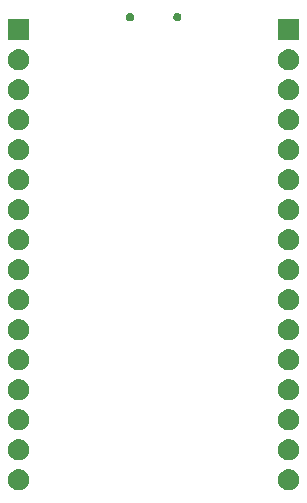
<source format=gbr>
G04 #@! TF.GenerationSoftware,KiCad,Pcbnew,(5.1.5)-3*
G04 #@! TF.CreationDate,2021-02-11T22:25:29+01:00*
G04 #@! TF.ProjectId,20210211_eduino,32303231-3032-4313-915f-656475696e6f,v1.0*
G04 #@! TF.SameCoordinates,Original*
G04 #@! TF.FileFunction,Soldermask,Bot*
G04 #@! TF.FilePolarity,Negative*
%FSLAX46Y46*%
G04 Gerber Fmt 4.6, Leading zero omitted, Abs format (unit mm)*
G04 Created by KiCad (PCBNEW (5.1.5)-3) date 2021-02-11 22:25:29*
%MOMM*%
%LPD*%
G04 APERTURE LIST*
%ADD10C,0.100000*%
G04 APERTURE END LIST*
D10*
G36*
X160133512Y-129913927D02*
G01*
X160282812Y-129943624D01*
X160446784Y-130011544D01*
X160594354Y-130110147D01*
X160719853Y-130235646D01*
X160818456Y-130383216D01*
X160886376Y-130547188D01*
X160921000Y-130721259D01*
X160921000Y-130898741D01*
X160886376Y-131072812D01*
X160818456Y-131236784D01*
X160719853Y-131384354D01*
X160594354Y-131509853D01*
X160446784Y-131608456D01*
X160282812Y-131676376D01*
X160133512Y-131706073D01*
X160108742Y-131711000D01*
X159931258Y-131711000D01*
X159906488Y-131706073D01*
X159757188Y-131676376D01*
X159593216Y-131608456D01*
X159445646Y-131509853D01*
X159320147Y-131384354D01*
X159221544Y-131236784D01*
X159153624Y-131072812D01*
X159119000Y-130898741D01*
X159119000Y-130721259D01*
X159153624Y-130547188D01*
X159221544Y-130383216D01*
X159320147Y-130235646D01*
X159445646Y-130110147D01*
X159593216Y-130011544D01*
X159757188Y-129943624D01*
X159906488Y-129913927D01*
X159931258Y-129909000D01*
X160108742Y-129909000D01*
X160133512Y-129913927D01*
G37*
G36*
X137273512Y-129913927D02*
G01*
X137422812Y-129943624D01*
X137586784Y-130011544D01*
X137734354Y-130110147D01*
X137859853Y-130235646D01*
X137958456Y-130383216D01*
X138026376Y-130547188D01*
X138061000Y-130721259D01*
X138061000Y-130898741D01*
X138026376Y-131072812D01*
X137958456Y-131236784D01*
X137859853Y-131384354D01*
X137734354Y-131509853D01*
X137586784Y-131608456D01*
X137422812Y-131676376D01*
X137273512Y-131706073D01*
X137248742Y-131711000D01*
X137071258Y-131711000D01*
X137046488Y-131706073D01*
X136897188Y-131676376D01*
X136733216Y-131608456D01*
X136585646Y-131509853D01*
X136460147Y-131384354D01*
X136361544Y-131236784D01*
X136293624Y-131072812D01*
X136259000Y-130898741D01*
X136259000Y-130721259D01*
X136293624Y-130547188D01*
X136361544Y-130383216D01*
X136460147Y-130235646D01*
X136585646Y-130110147D01*
X136733216Y-130011544D01*
X136897188Y-129943624D01*
X137046488Y-129913927D01*
X137071258Y-129909000D01*
X137248742Y-129909000D01*
X137273512Y-129913927D01*
G37*
G36*
X160133512Y-127373927D02*
G01*
X160282812Y-127403624D01*
X160446784Y-127471544D01*
X160594354Y-127570147D01*
X160719853Y-127695646D01*
X160818456Y-127843216D01*
X160886376Y-128007188D01*
X160921000Y-128181259D01*
X160921000Y-128358741D01*
X160886376Y-128532812D01*
X160818456Y-128696784D01*
X160719853Y-128844354D01*
X160594354Y-128969853D01*
X160446784Y-129068456D01*
X160282812Y-129136376D01*
X160133512Y-129166073D01*
X160108742Y-129171000D01*
X159931258Y-129171000D01*
X159906488Y-129166073D01*
X159757188Y-129136376D01*
X159593216Y-129068456D01*
X159445646Y-128969853D01*
X159320147Y-128844354D01*
X159221544Y-128696784D01*
X159153624Y-128532812D01*
X159119000Y-128358741D01*
X159119000Y-128181259D01*
X159153624Y-128007188D01*
X159221544Y-127843216D01*
X159320147Y-127695646D01*
X159445646Y-127570147D01*
X159593216Y-127471544D01*
X159757188Y-127403624D01*
X159906488Y-127373927D01*
X159931258Y-127369000D01*
X160108742Y-127369000D01*
X160133512Y-127373927D01*
G37*
G36*
X137273512Y-127373927D02*
G01*
X137422812Y-127403624D01*
X137586784Y-127471544D01*
X137734354Y-127570147D01*
X137859853Y-127695646D01*
X137958456Y-127843216D01*
X138026376Y-128007188D01*
X138061000Y-128181259D01*
X138061000Y-128358741D01*
X138026376Y-128532812D01*
X137958456Y-128696784D01*
X137859853Y-128844354D01*
X137734354Y-128969853D01*
X137586784Y-129068456D01*
X137422812Y-129136376D01*
X137273512Y-129166073D01*
X137248742Y-129171000D01*
X137071258Y-129171000D01*
X137046488Y-129166073D01*
X136897188Y-129136376D01*
X136733216Y-129068456D01*
X136585646Y-128969853D01*
X136460147Y-128844354D01*
X136361544Y-128696784D01*
X136293624Y-128532812D01*
X136259000Y-128358741D01*
X136259000Y-128181259D01*
X136293624Y-128007188D01*
X136361544Y-127843216D01*
X136460147Y-127695646D01*
X136585646Y-127570147D01*
X136733216Y-127471544D01*
X136897188Y-127403624D01*
X137046488Y-127373927D01*
X137071258Y-127369000D01*
X137248742Y-127369000D01*
X137273512Y-127373927D01*
G37*
G36*
X137273512Y-124833927D02*
G01*
X137422812Y-124863624D01*
X137586784Y-124931544D01*
X137734354Y-125030147D01*
X137859853Y-125155646D01*
X137958456Y-125303216D01*
X138026376Y-125467188D01*
X138061000Y-125641259D01*
X138061000Y-125818741D01*
X138026376Y-125992812D01*
X137958456Y-126156784D01*
X137859853Y-126304354D01*
X137734354Y-126429853D01*
X137586784Y-126528456D01*
X137422812Y-126596376D01*
X137273512Y-126626073D01*
X137248742Y-126631000D01*
X137071258Y-126631000D01*
X137046488Y-126626073D01*
X136897188Y-126596376D01*
X136733216Y-126528456D01*
X136585646Y-126429853D01*
X136460147Y-126304354D01*
X136361544Y-126156784D01*
X136293624Y-125992812D01*
X136259000Y-125818741D01*
X136259000Y-125641259D01*
X136293624Y-125467188D01*
X136361544Y-125303216D01*
X136460147Y-125155646D01*
X136585646Y-125030147D01*
X136733216Y-124931544D01*
X136897188Y-124863624D01*
X137046488Y-124833927D01*
X137071258Y-124829000D01*
X137248742Y-124829000D01*
X137273512Y-124833927D01*
G37*
G36*
X160133512Y-124833927D02*
G01*
X160282812Y-124863624D01*
X160446784Y-124931544D01*
X160594354Y-125030147D01*
X160719853Y-125155646D01*
X160818456Y-125303216D01*
X160886376Y-125467188D01*
X160921000Y-125641259D01*
X160921000Y-125818741D01*
X160886376Y-125992812D01*
X160818456Y-126156784D01*
X160719853Y-126304354D01*
X160594354Y-126429853D01*
X160446784Y-126528456D01*
X160282812Y-126596376D01*
X160133512Y-126626073D01*
X160108742Y-126631000D01*
X159931258Y-126631000D01*
X159906488Y-126626073D01*
X159757188Y-126596376D01*
X159593216Y-126528456D01*
X159445646Y-126429853D01*
X159320147Y-126304354D01*
X159221544Y-126156784D01*
X159153624Y-125992812D01*
X159119000Y-125818741D01*
X159119000Y-125641259D01*
X159153624Y-125467188D01*
X159221544Y-125303216D01*
X159320147Y-125155646D01*
X159445646Y-125030147D01*
X159593216Y-124931544D01*
X159757188Y-124863624D01*
X159906488Y-124833927D01*
X159931258Y-124829000D01*
X160108742Y-124829000D01*
X160133512Y-124833927D01*
G37*
G36*
X160133512Y-122293927D02*
G01*
X160282812Y-122323624D01*
X160446784Y-122391544D01*
X160594354Y-122490147D01*
X160719853Y-122615646D01*
X160818456Y-122763216D01*
X160886376Y-122927188D01*
X160921000Y-123101259D01*
X160921000Y-123278741D01*
X160886376Y-123452812D01*
X160818456Y-123616784D01*
X160719853Y-123764354D01*
X160594354Y-123889853D01*
X160446784Y-123988456D01*
X160282812Y-124056376D01*
X160133512Y-124086073D01*
X160108742Y-124091000D01*
X159931258Y-124091000D01*
X159906488Y-124086073D01*
X159757188Y-124056376D01*
X159593216Y-123988456D01*
X159445646Y-123889853D01*
X159320147Y-123764354D01*
X159221544Y-123616784D01*
X159153624Y-123452812D01*
X159119000Y-123278741D01*
X159119000Y-123101259D01*
X159153624Y-122927188D01*
X159221544Y-122763216D01*
X159320147Y-122615646D01*
X159445646Y-122490147D01*
X159593216Y-122391544D01*
X159757188Y-122323624D01*
X159906488Y-122293927D01*
X159931258Y-122289000D01*
X160108742Y-122289000D01*
X160133512Y-122293927D01*
G37*
G36*
X137273512Y-122293927D02*
G01*
X137422812Y-122323624D01*
X137586784Y-122391544D01*
X137734354Y-122490147D01*
X137859853Y-122615646D01*
X137958456Y-122763216D01*
X138026376Y-122927188D01*
X138061000Y-123101259D01*
X138061000Y-123278741D01*
X138026376Y-123452812D01*
X137958456Y-123616784D01*
X137859853Y-123764354D01*
X137734354Y-123889853D01*
X137586784Y-123988456D01*
X137422812Y-124056376D01*
X137273512Y-124086073D01*
X137248742Y-124091000D01*
X137071258Y-124091000D01*
X137046488Y-124086073D01*
X136897188Y-124056376D01*
X136733216Y-123988456D01*
X136585646Y-123889853D01*
X136460147Y-123764354D01*
X136361544Y-123616784D01*
X136293624Y-123452812D01*
X136259000Y-123278741D01*
X136259000Y-123101259D01*
X136293624Y-122927188D01*
X136361544Y-122763216D01*
X136460147Y-122615646D01*
X136585646Y-122490147D01*
X136733216Y-122391544D01*
X136897188Y-122323624D01*
X137046488Y-122293927D01*
X137071258Y-122289000D01*
X137248742Y-122289000D01*
X137273512Y-122293927D01*
G37*
G36*
X160133512Y-119753927D02*
G01*
X160282812Y-119783624D01*
X160446784Y-119851544D01*
X160594354Y-119950147D01*
X160719853Y-120075646D01*
X160818456Y-120223216D01*
X160886376Y-120387188D01*
X160921000Y-120561259D01*
X160921000Y-120738741D01*
X160886376Y-120912812D01*
X160818456Y-121076784D01*
X160719853Y-121224354D01*
X160594354Y-121349853D01*
X160446784Y-121448456D01*
X160282812Y-121516376D01*
X160133512Y-121546073D01*
X160108742Y-121551000D01*
X159931258Y-121551000D01*
X159906488Y-121546073D01*
X159757188Y-121516376D01*
X159593216Y-121448456D01*
X159445646Y-121349853D01*
X159320147Y-121224354D01*
X159221544Y-121076784D01*
X159153624Y-120912812D01*
X159119000Y-120738741D01*
X159119000Y-120561259D01*
X159153624Y-120387188D01*
X159221544Y-120223216D01*
X159320147Y-120075646D01*
X159445646Y-119950147D01*
X159593216Y-119851544D01*
X159757188Y-119783624D01*
X159906488Y-119753927D01*
X159931258Y-119749000D01*
X160108742Y-119749000D01*
X160133512Y-119753927D01*
G37*
G36*
X137273512Y-119753927D02*
G01*
X137422812Y-119783624D01*
X137586784Y-119851544D01*
X137734354Y-119950147D01*
X137859853Y-120075646D01*
X137958456Y-120223216D01*
X138026376Y-120387188D01*
X138061000Y-120561259D01*
X138061000Y-120738741D01*
X138026376Y-120912812D01*
X137958456Y-121076784D01*
X137859853Y-121224354D01*
X137734354Y-121349853D01*
X137586784Y-121448456D01*
X137422812Y-121516376D01*
X137273512Y-121546073D01*
X137248742Y-121551000D01*
X137071258Y-121551000D01*
X137046488Y-121546073D01*
X136897188Y-121516376D01*
X136733216Y-121448456D01*
X136585646Y-121349853D01*
X136460147Y-121224354D01*
X136361544Y-121076784D01*
X136293624Y-120912812D01*
X136259000Y-120738741D01*
X136259000Y-120561259D01*
X136293624Y-120387188D01*
X136361544Y-120223216D01*
X136460147Y-120075646D01*
X136585646Y-119950147D01*
X136733216Y-119851544D01*
X136897188Y-119783624D01*
X137046488Y-119753927D01*
X137071258Y-119749000D01*
X137248742Y-119749000D01*
X137273512Y-119753927D01*
G37*
G36*
X137273512Y-117213927D02*
G01*
X137422812Y-117243624D01*
X137586784Y-117311544D01*
X137734354Y-117410147D01*
X137859853Y-117535646D01*
X137958456Y-117683216D01*
X138026376Y-117847188D01*
X138061000Y-118021259D01*
X138061000Y-118198741D01*
X138026376Y-118372812D01*
X137958456Y-118536784D01*
X137859853Y-118684354D01*
X137734354Y-118809853D01*
X137586784Y-118908456D01*
X137422812Y-118976376D01*
X137273512Y-119006073D01*
X137248742Y-119011000D01*
X137071258Y-119011000D01*
X137046488Y-119006073D01*
X136897188Y-118976376D01*
X136733216Y-118908456D01*
X136585646Y-118809853D01*
X136460147Y-118684354D01*
X136361544Y-118536784D01*
X136293624Y-118372812D01*
X136259000Y-118198741D01*
X136259000Y-118021259D01*
X136293624Y-117847188D01*
X136361544Y-117683216D01*
X136460147Y-117535646D01*
X136585646Y-117410147D01*
X136733216Y-117311544D01*
X136897188Y-117243624D01*
X137046488Y-117213927D01*
X137071258Y-117209000D01*
X137248742Y-117209000D01*
X137273512Y-117213927D01*
G37*
G36*
X160133512Y-117213927D02*
G01*
X160282812Y-117243624D01*
X160446784Y-117311544D01*
X160594354Y-117410147D01*
X160719853Y-117535646D01*
X160818456Y-117683216D01*
X160886376Y-117847188D01*
X160921000Y-118021259D01*
X160921000Y-118198741D01*
X160886376Y-118372812D01*
X160818456Y-118536784D01*
X160719853Y-118684354D01*
X160594354Y-118809853D01*
X160446784Y-118908456D01*
X160282812Y-118976376D01*
X160133512Y-119006073D01*
X160108742Y-119011000D01*
X159931258Y-119011000D01*
X159906488Y-119006073D01*
X159757188Y-118976376D01*
X159593216Y-118908456D01*
X159445646Y-118809853D01*
X159320147Y-118684354D01*
X159221544Y-118536784D01*
X159153624Y-118372812D01*
X159119000Y-118198741D01*
X159119000Y-118021259D01*
X159153624Y-117847188D01*
X159221544Y-117683216D01*
X159320147Y-117535646D01*
X159445646Y-117410147D01*
X159593216Y-117311544D01*
X159757188Y-117243624D01*
X159906488Y-117213927D01*
X159931258Y-117209000D01*
X160108742Y-117209000D01*
X160133512Y-117213927D01*
G37*
G36*
X137273512Y-114673927D02*
G01*
X137422812Y-114703624D01*
X137586784Y-114771544D01*
X137734354Y-114870147D01*
X137859853Y-114995646D01*
X137958456Y-115143216D01*
X138026376Y-115307188D01*
X138061000Y-115481259D01*
X138061000Y-115658741D01*
X138026376Y-115832812D01*
X137958456Y-115996784D01*
X137859853Y-116144354D01*
X137734354Y-116269853D01*
X137586784Y-116368456D01*
X137422812Y-116436376D01*
X137273512Y-116466073D01*
X137248742Y-116471000D01*
X137071258Y-116471000D01*
X137046488Y-116466073D01*
X136897188Y-116436376D01*
X136733216Y-116368456D01*
X136585646Y-116269853D01*
X136460147Y-116144354D01*
X136361544Y-115996784D01*
X136293624Y-115832812D01*
X136259000Y-115658741D01*
X136259000Y-115481259D01*
X136293624Y-115307188D01*
X136361544Y-115143216D01*
X136460147Y-114995646D01*
X136585646Y-114870147D01*
X136733216Y-114771544D01*
X136897188Y-114703624D01*
X137046488Y-114673927D01*
X137071258Y-114669000D01*
X137248742Y-114669000D01*
X137273512Y-114673927D01*
G37*
G36*
X160133512Y-114673927D02*
G01*
X160282812Y-114703624D01*
X160446784Y-114771544D01*
X160594354Y-114870147D01*
X160719853Y-114995646D01*
X160818456Y-115143216D01*
X160886376Y-115307188D01*
X160921000Y-115481259D01*
X160921000Y-115658741D01*
X160886376Y-115832812D01*
X160818456Y-115996784D01*
X160719853Y-116144354D01*
X160594354Y-116269853D01*
X160446784Y-116368456D01*
X160282812Y-116436376D01*
X160133512Y-116466073D01*
X160108742Y-116471000D01*
X159931258Y-116471000D01*
X159906488Y-116466073D01*
X159757188Y-116436376D01*
X159593216Y-116368456D01*
X159445646Y-116269853D01*
X159320147Y-116144354D01*
X159221544Y-115996784D01*
X159153624Y-115832812D01*
X159119000Y-115658741D01*
X159119000Y-115481259D01*
X159153624Y-115307188D01*
X159221544Y-115143216D01*
X159320147Y-114995646D01*
X159445646Y-114870147D01*
X159593216Y-114771544D01*
X159757188Y-114703624D01*
X159906488Y-114673927D01*
X159931258Y-114669000D01*
X160108742Y-114669000D01*
X160133512Y-114673927D01*
G37*
G36*
X160133512Y-112133927D02*
G01*
X160282812Y-112163624D01*
X160446784Y-112231544D01*
X160594354Y-112330147D01*
X160719853Y-112455646D01*
X160818456Y-112603216D01*
X160886376Y-112767188D01*
X160921000Y-112941259D01*
X160921000Y-113118741D01*
X160886376Y-113292812D01*
X160818456Y-113456784D01*
X160719853Y-113604354D01*
X160594354Y-113729853D01*
X160446784Y-113828456D01*
X160282812Y-113896376D01*
X160133512Y-113926073D01*
X160108742Y-113931000D01*
X159931258Y-113931000D01*
X159906488Y-113926073D01*
X159757188Y-113896376D01*
X159593216Y-113828456D01*
X159445646Y-113729853D01*
X159320147Y-113604354D01*
X159221544Y-113456784D01*
X159153624Y-113292812D01*
X159119000Y-113118741D01*
X159119000Y-112941259D01*
X159153624Y-112767188D01*
X159221544Y-112603216D01*
X159320147Y-112455646D01*
X159445646Y-112330147D01*
X159593216Y-112231544D01*
X159757188Y-112163624D01*
X159906488Y-112133927D01*
X159931258Y-112129000D01*
X160108742Y-112129000D01*
X160133512Y-112133927D01*
G37*
G36*
X137273512Y-112133927D02*
G01*
X137422812Y-112163624D01*
X137586784Y-112231544D01*
X137734354Y-112330147D01*
X137859853Y-112455646D01*
X137958456Y-112603216D01*
X138026376Y-112767188D01*
X138061000Y-112941259D01*
X138061000Y-113118741D01*
X138026376Y-113292812D01*
X137958456Y-113456784D01*
X137859853Y-113604354D01*
X137734354Y-113729853D01*
X137586784Y-113828456D01*
X137422812Y-113896376D01*
X137273512Y-113926073D01*
X137248742Y-113931000D01*
X137071258Y-113931000D01*
X137046488Y-113926073D01*
X136897188Y-113896376D01*
X136733216Y-113828456D01*
X136585646Y-113729853D01*
X136460147Y-113604354D01*
X136361544Y-113456784D01*
X136293624Y-113292812D01*
X136259000Y-113118741D01*
X136259000Y-112941259D01*
X136293624Y-112767188D01*
X136361544Y-112603216D01*
X136460147Y-112455646D01*
X136585646Y-112330147D01*
X136733216Y-112231544D01*
X136897188Y-112163624D01*
X137046488Y-112133927D01*
X137071258Y-112129000D01*
X137248742Y-112129000D01*
X137273512Y-112133927D01*
G37*
G36*
X137273512Y-109593927D02*
G01*
X137422812Y-109623624D01*
X137586784Y-109691544D01*
X137734354Y-109790147D01*
X137859853Y-109915646D01*
X137958456Y-110063216D01*
X138026376Y-110227188D01*
X138061000Y-110401259D01*
X138061000Y-110578741D01*
X138026376Y-110752812D01*
X137958456Y-110916784D01*
X137859853Y-111064354D01*
X137734354Y-111189853D01*
X137586784Y-111288456D01*
X137422812Y-111356376D01*
X137273512Y-111386073D01*
X137248742Y-111391000D01*
X137071258Y-111391000D01*
X137046488Y-111386073D01*
X136897188Y-111356376D01*
X136733216Y-111288456D01*
X136585646Y-111189853D01*
X136460147Y-111064354D01*
X136361544Y-110916784D01*
X136293624Y-110752812D01*
X136259000Y-110578741D01*
X136259000Y-110401259D01*
X136293624Y-110227188D01*
X136361544Y-110063216D01*
X136460147Y-109915646D01*
X136585646Y-109790147D01*
X136733216Y-109691544D01*
X136897188Y-109623624D01*
X137046488Y-109593927D01*
X137071258Y-109589000D01*
X137248742Y-109589000D01*
X137273512Y-109593927D01*
G37*
G36*
X160133512Y-109593927D02*
G01*
X160282812Y-109623624D01*
X160446784Y-109691544D01*
X160594354Y-109790147D01*
X160719853Y-109915646D01*
X160818456Y-110063216D01*
X160886376Y-110227188D01*
X160921000Y-110401259D01*
X160921000Y-110578741D01*
X160886376Y-110752812D01*
X160818456Y-110916784D01*
X160719853Y-111064354D01*
X160594354Y-111189853D01*
X160446784Y-111288456D01*
X160282812Y-111356376D01*
X160133512Y-111386073D01*
X160108742Y-111391000D01*
X159931258Y-111391000D01*
X159906488Y-111386073D01*
X159757188Y-111356376D01*
X159593216Y-111288456D01*
X159445646Y-111189853D01*
X159320147Y-111064354D01*
X159221544Y-110916784D01*
X159153624Y-110752812D01*
X159119000Y-110578741D01*
X159119000Y-110401259D01*
X159153624Y-110227188D01*
X159221544Y-110063216D01*
X159320147Y-109915646D01*
X159445646Y-109790147D01*
X159593216Y-109691544D01*
X159757188Y-109623624D01*
X159906488Y-109593927D01*
X159931258Y-109589000D01*
X160108742Y-109589000D01*
X160133512Y-109593927D01*
G37*
G36*
X160133512Y-107053927D02*
G01*
X160282812Y-107083624D01*
X160446784Y-107151544D01*
X160594354Y-107250147D01*
X160719853Y-107375646D01*
X160818456Y-107523216D01*
X160886376Y-107687188D01*
X160921000Y-107861259D01*
X160921000Y-108038741D01*
X160886376Y-108212812D01*
X160818456Y-108376784D01*
X160719853Y-108524354D01*
X160594354Y-108649853D01*
X160446784Y-108748456D01*
X160282812Y-108816376D01*
X160133512Y-108846073D01*
X160108742Y-108851000D01*
X159931258Y-108851000D01*
X159906488Y-108846073D01*
X159757188Y-108816376D01*
X159593216Y-108748456D01*
X159445646Y-108649853D01*
X159320147Y-108524354D01*
X159221544Y-108376784D01*
X159153624Y-108212812D01*
X159119000Y-108038741D01*
X159119000Y-107861259D01*
X159153624Y-107687188D01*
X159221544Y-107523216D01*
X159320147Y-107375646D01*
X159445646Y-107250147D01*
X159593216Y-107151544D01*
X159757188Y-107083624D01*
X159906488Y-107053927D01*
X159931258Y-107049000D01*
X160108742Y-107049000D01*
X160133512Y-107053927D01*
G37*
G36*
X137273512Y-107053927D02*
G01*
X137422812Y-107083624D01*
X137586784Y-107151544D01*
X137734354Y-107250147D01*
X137859853Y-107375646D01*
X137958456Y-107523216D01*
X138026376Y-107687188D01*
X138061000Y-107861259D01*
X138061000Y-108038741D01*
X138026376Y-108212812D01*
X137958456Y-108376784D01*
X137859853Y-108524354D01*
X137734354Y-108649853D01*
X137586784Y-108748456D01*
X137422812Y-108816376D01*
X137273512Y-108846073D01*
X137248742Y-108851000D01*
X137071258Y-108851000D01*
X137046488Y-108846073D01*
X136897188Y-108816376D01*
X136733216Y-108748456D01*
X136585646Y-108649853D01*
X136460147Y-108524354D01*
X136361544Y-108376784D01*
X136293624Y-108212812D01*
X136259000Y-108038741D01*
X136259000Y-107861259D01*
X136293624Y-107687188D01*
X136361544Y-107523216D01*
X136460147Y-107375646D01*
X136585646Y-107250147D01*
X136733216Y-107151544D01*
X136897188Y-107083624D01*
X137046488Y-107053927D01*
X137071258Y-107049000D01*
X137248742Y-107049000D01*
X137273512Y-107053927D01*
G37*
G36*
X137273512Y-104513927D02*
G01*
X137422812Y-104543624D01*
X137586784Y-104611544D01*
X137734354Y-104710147D01*
X137859853Y-104835646D01*
X137958456Y-104983216D01*
X138026376Y-105147188D01*
X138061000Y-105321259D01*
X138061000Y-105498741D01*
X138026376Y-105672812D01*
X137958456Y-105836784D01*
X137859853Y-105984354D01*
X137734354Y-106109853D01*
X137586784Y-106208456D01*
X137422812Y-106276376D01*
X137273512Y-106306073D01*
X137248742Y-106311000D01*
X137071258Y-106311000D01*
X137046488Y-106306073D01*
X136897188Y-106276376D01*
X136733216Y-106208456D01*
X136585646Y-106109853D01*
X136460147Y-105984354D01*
X136361544Y-105836784D01*
X136293624Y-105672812D01*
X136259000Y-105498741D01*
X136259000Y-105321259D01*
X136293624Y-105147188D01*
X136361544Y-104983216D01*
X136460147Y-104835646D01*
X136585646Y-104710147D01*
X136733216Y-104611544D01*
X136897188Y-104543624D01*
X137046488Y-104513927D01*
X137071258Y-104509000D01*
X137248742Y-104509000D01*
X137273512Y-104513927D01*
G37*
G36*
X160133512Y-104513927D02*
G01*
X160282812Y-104543624D01*
X160446784Y-104611544D01*
X160594354Y-104710147D01*
X160719853Y-104835646D01*
X160818456Y-104983216D01*
X160886376Y-105147188D01*
X160921000Y-105321259D01*
X160921000Y-105498741D01*
X160886376Y-105672812D01*
X160818456Y-105836784D01*
X160719853Y-105984354D01*
X160594354Y-106109853D01*
X160446784Y-106208456D01*
X160282812Y-106276376D01*
X160133512Y-106306073D01*
X160108742Y-106311000D01*
X159931258Y-106311000D01*
X159906488Y-106306073D01*
X159757188Y-106276376D01*
X159593216Y-106208456D01*
X159445646Y-106109853D01*
X159320147Y-105984354D01*
X159221544Y-105836784D01*
X159153624Y-105672812D01*
X159119000Y-105498741D01*
X159119000Y-105321259D01*
X159153624Y-105147188D01*
X159221544Y-104983216D01*
X159320147Y-104835646D01*
X159445646Y-104710147D01*
X159593216Y-104611544D01*
X159757188Y-104543624D01*
X159906488Y-104513927D01*
X159931258Y-104509000D01*
X160108742Y-104509000D01*
X160133512Y-104513927D01*
G37*
G36*
X137273512Y-101973927D02*
G01*
X137422812Y-102003624D01*
X137586784Y-102071544D01*
X137734354Y-102170147D01*
X137859853Y-102295646D01*
X137958456Y-102443216D01*
X138026376Y-102607188D01*
X138061000Y-102781259D01*
X138061000Y-102958741D01*
X138026376Y-103132812D01*
X137958456Y-103296784D01*
X137859853Y-103444354D01*
X137734354Y-103569853D01*
X137586784Y-103668456D01*
X137422812Y-103736376D01*
X137273512Y-103766073D01*
X137248742Y-103771000D01*
X137071258Y-103771000D01*
X137046488Y-103766073D01*
X136897188Y-103736376D01*
X136733216Y-103668456D01*
X136585646Y-103569853D01*
X136460147Y-103444354D01*
X136361544Y-103296784D01*
X136293624Y-103132812D01*
X136259000Y-102958741D01*
X136259000Y-102781259D01*
X136293624Y-102607188D01*
X136361544Y-102443216D01*
X136460147Y-102295646D01*
X136585646Y-102170147D01*
X136733216Y-102071544D01*
X136897188Y-102003624D01*
X137046488Y-101973927D01*
X137071258Y-101969000D01*
X137248742Y-101969000D01*
X137273512Y-101973927D01*
G37*
G36*
X160133512Y-101973927D02*
G01*
X160282812Y-102003624D01*
X160446784Y-102071544D01*
X160594354Y-102170147D01*
X160719853Y-102295646D01*
X160818456Y-102443216D01*
X160886376Y-102607188D01*
X160921000Y-102781259D01*
X160921000Y-102958741D01*
X160886376Y-103132812D01*
X160818456Y-103296784D01*
X160719853Y-103444354D01*
X160594354Y-103569853D01*
X160446784Y-103668456D01*
X160282812Y-103736376D01*
X160133512Y-103766073D01*
X160108742Y-103771000D01*
X159931258Y-103771000D01*
X159906488Y-103766073D01*
X159757188Y-103736376D01*
X159593216Y-103668456D01*
X159445646Y-103569853D01*
X159320147Y-103444354D01*
X159221544Y-103296784D01*
X159153624Y-103132812D01*
X159119000Y-102958741D01*
X159119000Y-102781259D01*
X159153624Y-102607188D01*
X159221544Y-102443216D01*
X159320147Y-102295646D01*
X159445646Y-102170147D01*
X159593216Y-102071544D01*
X159757188Y-102003624D01*
X159906488Y-101973927D01*
X159931258Y-101969000D01*
X160108742Y-101969000D01*
X160133512Y-101973927D01*
G37*
G36*
X160133512Y-99433927D02*
G01*
X160282812Y-99463624D01*
X160446784Y-99531544D01*
X160594354Y-99630147D01*
X160719853Y-99755646D01*
X160818456Y-99903216D01*
X160886376Y-100067188D01*
X160921000Y-100241259D01*
X160921000Y-100418741D01*
X160886376Y-100592812D01*
X160818456Y-100756784D01*
X160719853Y-100904354D01*
X160594354Y-101029853D01*
X160446784Y-101128456D01*
X160282812Y-101196376D01*
X160133512Y-101226073D01*
X160108742Y-101231000D01*
X159931258Y-101231000D01*
X159906488Y-101226073D01*
X159757188Y-101196376D01*
X159593216Y-101128456D01*
X159445646Y-101029853D01*
X159320147Y-100904354D01*
X159221544Y-100756784D01*
X159153624Y-100592812D01*
X159119000Y-100418741D01*
X159119000Y-100241259D01*
X159153624Y-100067188D01*
X159221544Y-99903216D01*
X159320147Y-99755646D01*
X159445646Y-99630147D01*
X159593216Y-99531544D01*
X159757188Y-99463624D01*
X159906488Y-99433927D01*
X159931258Y-99429000D01*
X160108742Y-99429000D01*
X160133512Y-99433927D01*
G37*
G36*
X137273512Y-99433927D02*
G01*
X137422812Y-99463624D01*
X137586784Y-99531544D01*
X137734354Y-99630147D01*
X137859853Y-99755646D01*
X137958456Y-99903216D01*
X138026376Y-100067188D01*
X138061000Y-100241259D01*
X138061000Y-100418741D01*
X138026376Y-100592812D01*
X137958456Y-100756784D01*
X137859853Y-100904354D01*
X137734354Y-101029853D01*
X137586784Y-101128456D01*
X137422812Y-101196376D01*
X137273512Y-101226073D01*
X137248742Y-101231000D01*
X137071258Y-101231000D01*
X137046488Y-101226073D01*
X136897188Y-101196376D01*
X136733216Y-101128456D01*
X136585646Y-101029853D01*
X136460147Y-100904354D01*
X136361544Y-100756784D01*
X136293624Y-100592812D01*
X136259000Y-100418741D01*
X136259000Y-100241259D01*
X136293624Y-100067188D01*
X136361544Y-99903216D01*
X136460147Y-99755646D01*
X136585646Y-99630147D01*
X136733216Y-99531544D01*
X136897188Y-99463624D01*
X137046488Y-99433927D01*
X137071258Y-99429000D01*
X137248742Y-99429000D01*
X137273512Y-99433927D01*
G37*
G36*
X137273512Y-96893927D02*
G01*
X137422812Y-96923624D01*
X137586784Y-96991544D01*
X137734354Y-97090147D01*
X137859853Y-97215646D01*
X137958456Y-97363216D01*
X138026376Y-97527188D01*
X138061000Y-97701259D01*
X138061000Y-97878741D01*
X138026376Y-98052812D01*
X137958456Y-98216784D01*
X137859853Y-98364354D01*
X137734354Y-98489853D01*
X137586784Y-98588456D01*
X137422812Y-98656376D01*
X137273512Y-98686073D01*
X137248742Y-98691000D01*
X137071258Y-98691000D01*
X137046488Y-98686073D01*
X136897188Y-98656376D01*
X136733216Y-98588456D01*
X136585646Y-98489853D01*
X136460147Y-98364354D01*
X136361544Y-98216784D01*
X136293624Y-98052812D01*
X136259000Y-97878741D01*
X136259000Y-97701259D01*
X136293624Y-97527188D01*
X136361544Y-97363216D01*
X136460147Y-97215646D01*
X136585646Y-97090147D01*
X136733216Y-96991544D01*
X136897188Y-96923624D01*
X137046488Y-96893927D01*
X137071258Y-96889000D01*
X137248742Y-96889000D01*
X137273512Y-96893927D01*
G37*
G36*
X160133512Y-96893927D02*
G01*
X160282812Y-96923624D01*
X160446784Y-96991544D01*
X160594354Y-97090147D01*
X160719853Y-97215646D01*
X160818456Y-97363216D01*
X160886376Y-97527188D01*
X160921000Y-97701259D01*
X160921000Y-97878741D01*
X160886376Y-98052812D01*
X160818456Y-98216784D01*
X160719853Y-98364354D01*
X160594354Y-98489853D01*
X160446784Y-98588456D01*
X160282812Y-98656376D01*
X160133512Y-98686073D01*
X160108742Y-98691000D01*
X159931258Y-98691000D01*
X159906488Y-98686073D01*
X159757188Y-98656376D01*
X159593216Y-98588456D01*
X159445646Y-98489853D01*
X159320147Y-98364354D01*
X159221544Y-98216784D01*
X159153624Y-98052812D01*
X159119000Y-97878741D01*
X159119000Y-97701259D01*
X159153624Y-97527188D01*
X159221544Y-97363216D01*
X159320147Y-97215646D01*
X159445646Y-97090147D01*
X159593216Y-96991544D01*
X159757188Y-96923624D01*
X159906488Y-96893927D01*
X159931258Y-96889000D01*
X160108742Y-96889000D01*
X160133512Y-96893927D01*
G37*
G36*
X160133512Y-94353927D02*
G01*
X160282812Y-94383624D01*
X160446784Y-94451544D01*
X160594354Y-94550147D01*
X160719853Y-94675646D01*
X160818456Y-94823216D01*
X160886376Y-94987188D01*
X160921000Y-95161259D01*
X160921000Y-95338741D01*
X160886376Y-95512812D01*
X160818456Y-95676784D01*
X160719853Y-95824354D01*
X160594354Y-95949853D01*
X160446784Y-96048456D01*
X160282812Y-96116376D01*
X160133512Y-96146073D01*
X160108742Y-96151000D01*
X159931258Y-96151000D01*
X159906488Y-96146073D01*
X159757188Y-96116376D01*
X159593216Y-96048456D01*
X159445646Y-95949853D01*
X159320147Y-95824354D01*
X159221544Y-95676784D01*
X159153624Y-95512812D01*
X159119000Y-95338741D01*
X159119000Y-95161259D01*
X159153624Y-94987188D01*
X159221544Y-94823216D01*
X159320147Y-94675646D01*
X159445646Y-94550147D01*
X159593216Y-94451544D01*
X159757188Y-94383624D01*
X159906488Y-94353927D01*
X159931258Y-94349000D01*
X160108742Y-94349000D01*
X160133512Y-94353927D01*
G37*
G36*
X137273512Y-94353927D02*
G01*
X137422812Y-94383624D01*
X137586784Y-94451544D01*
X137734354Y-94550147D01*
X137859853Y-94675646D01*
X137958456Y-94823216D01*
X138026376Y-94987188D01*
X138061000Y-95161259D01*
X138061000Y-95338741D01*
X138026376Y-95512812D01*
X137958456Y-95676784D01*
X137859853Y-95824354D01*
X137734354Y-95949853D01*
X137586784Y-96048456D01*
X137422812Y-96116376D01*
X137273512Y-96146073D01*
X137248742Y-96151000D01*
X137071258Y-96151000D01*
X137046488Y-96146073D01*
X136897188Y-96116376D01*
X136733216Y-96048456D01*
X136585646Y-95949853D01*
X136460147Y-95824354D01*
X136361544Y-95676784D01*
X136293624Y-95512812D01*
X136259000Y-95338741D01*
X136259000Y-95161259D01*
X136293624Y-94987188D01*
X136361544Y-94823216D01*
X136460147Y-94675646D01*
X136585646Y-94550147D01*
X136733216Y-94451544D01*
X136897188Y-94383624D01*
X137046488Y-94353927D01*
X137071258Y-94349000D01*
X137248742Y-94349000D01*
X137273512Y-94353927D01*
G37*
G36*
X138061000Y-93611000D02*
G01*
X136259000Y-93611000D01*
X136259000Y-91809000D01*
X138061000Y-91809000D01*
X138061000Y-93611000D01*
G37*
G36*
X160921000Y-93611000D02*
G01*
X159119000Y-93611000D01*
X159119000Y-91809000D01*
X160921000Y-91809000D01*
X160921000Y-93611000D01*
G37*
G36*
X146702383Y-91287489D02*
G01*
X146702386Y-91287490D01*
X146702385Y-91287490D01*
X146766258Y-91313946D01*
X146823748Y-91352360D01*
X146872640Y-91401252D01*
X146911054Y-91458742D01*
X146932624Y-91510818D01*
X146937511Y-91522617D01*
X146951000Y-91590430D01*
X146951000Y-91659570D01*
X146937511Y-91727383D01*
X146937510Y-91727385D01*
X146911054Y-91791258D01*
X146872640Y-91848748D01*
X146823748Y-91897640D01*
X146766258Y-91936054D01*
X146714182Y-91957624D01*
X146702383Y-91962511D01*
X146634570Y-91976000D01*
X146565430Y-91976000D01*
X146497617Y-91962511D01*
X146485818Y-91957624D01*
X146433742Y-91936054D01*
X146376252Y-91897640D01*
X146327360Y-91848748D01*
X146288946Y-91791258D01*
X146262490Y-91727385D01*
X146262489Y-91727383D01*
X146249000Y-91659570D01*
X146249000Y-91590430D01*
X146262489Y-91522617D01*
X146267376Y-91510818D01*
X146288946Y-91458742D01*
X146327360Y-91401252D01*
X146376252Y-91352360D01*
X146433742Y-91313946D01*
X146497615Y-91287490D01*
X146497614Y-91287490D01*
X146497617Y-91287489D01*
X146565430Y-91274000D01*
X146634570Y-91274000D01*
X146702383Y-91287489D01*
G37*
G36*
X150702383Y-91287489D02*
G01*
X150702386Y-91287490D01*
X150702385Y-91287490D01*
X150766258Y-91313946D01*
X150823748Y-91352360D01*
X150872640Y-91401252D01*
X150911054Y-91458742D01*
X150932624Y-91510818D01*
X150937511Y-91522617D01*
X150951000Y-91590430D01*
X150951000Y-91659570D01*
X150937511Y-91727383D01*
X150937510Y-91727385D01*
X150911054Y-91791258D01*
X150872640Y-91848748D01*
X150823748Y-91897640D01*
X150766258Y-91936054D01*
X150714182Y-91957624D01*
X150702383Y-91962511D01*
X150634570Y-91976000D01*
X150565430Y-91976000D01*
X150497617Y-91962511D01*
X150485818Y-91957624D01*
X150433742Y-91936054D01*
X150376252Y-91897640D01*
X150327360Y-91848748D01*
X150288946Y-91791258D01*
X150262490Y-91727385D01*
X150262489Y-91727383D01*
X150249000Y-91659570D01*
X150249000Y-91590430D01*
X150262489Y-91522617D01*
X150267376Y-91510818D01*
X150288946Y-91458742D01*
X150327360Y-91401252D01*
X150376252Y-91352360D01*
X150433742Y-91313946D01*
X150497615Y-91287490D01*
X150497614Y-91287490D01*
X150497617Y-91287489D01*
X150565430Y-91274000D01*
X150634570Y-91274000D01*
X150702383Y-91287489D01*
G37*
M02*

</source>
